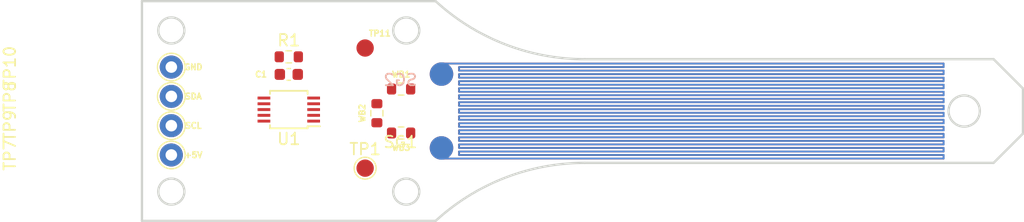
<source format=kicad_pcb>
(kicad_pcb (version 20171130) (host pcbnew "(5.1.9)-1")

  (general
    (thickness 1.6)
    (drawings 19)
    (tracks 0)
    (zones 0)
    (modules 14)
    (nets 13)
  )

  (page A4)
  (layers
    (0 F.Cu signal)
    (31 B.Cu signal)
    (32 B.Adhes user)
    (33 F.Adhes user)
    (34 B.Paste user)
    (35 F.Paste user)
    (36 B.SilkS user)
    (37 F.SilkS user)
    (38 B.Mask user)
    (39 F.Mask user)
    (40 Dwgs.User user hide)
    (41 Cmts.User user)
    (42 Eco1.User user)
    (43 Eco2.User user)
    (44 Edge.Cuts user)
    (45 Margin user)
    (46 B.CrtYd user)
    (47 F.CrtYd user)
    (48 B.Fab user)
    (49 F.Fab user hide)
  )

  (setup
    (last_trace_width 0.25)
    (trace_clearance 0.2)
    (zone_clearance 0.508)
    (zone_45_only no)
    (trace_min 0.2)
    (via_size 0.8)
    (via_drill 0.4)
    (via_min_size 0.4)
    (via_min_drill 0.3)
    (uvia_size 0.3)
    (uvia_drill 0.1)
    (uvias_allowed no)
    (uvia_min_size 0.2)
    (uvia_min_drill 0.1)
    (edge_width 0.05)
    (segment_width 0.2)
    (pcb_text_width 0.3)
    (pcb_text_size 1.5 1.5)
    (mod_edge_width 0.12)
    (mod_text_size 1 1)
    (mod_text_width 0.15)
    (pad_size 0.9 0.95)
    (pad_drill 0)
    (pad_to_mask_clearance 0)
    (aux_axis_origin 0 0)
    (visible_elements 7FFFFFFF)
    (pcbplotparams
      (layerselection 0x010fc_ffffffff)
      (usegerberextensions false)
      (usegerberattributes true)
      (usegerberadvancedattributes true)
      (creategerberjobfile true)
      (excludeedgelayer true)
      (linewidth 0.100000)
      (plotframeref false)
      (viasonmask false)
      (mode 1)
      (useauxorigin false)
      (hpglpennumber 1)
      (hpglpenspeed 20)
      (hpglpendiameter 15.000000)
      (psnegative false)
      (psa4output false)
      (plotreference true)
      (plotvalue true)
      (plotinvisibletext false)
      (padsonsilk false)
      (subtractmaskfromsilk false)
      (outputformat 1)
      (mirror false)
      (drillshape 0)
      (scaleselection 1)
      (outputdirectory "../../Desktop/strain_gauge/"))
  )

  (net 0 "")
  (net 1 +5V)
  (net 2 GND)
  (net 3 SDA)
  (net 4 SCL)
  (net 5 "Net-(U1-Pad6)")
  (net 6 "Net-(U1-Pad7)")
  (net 7 "Net-(SG1-Pad2)")
  (net 8 "Net-(R1-Pad2)")
  (net 9 SG)
  (net 10 WB_REF)
  (net 11 "Net-(U1-Pad1)")
  (net 12 "Net-(U1-Pad2)")

  (net_class Default "This is the default net class."
    (clearance 0.2)
    (trace_width 0.25)
    (via_dia 0.8)
    (via_drill 0.4)
    (uvia_dia 0.3)
    (uvia_drill 0.1)
    (add_net +5V)
    (add_net GND)
    (add_net "Net-(R1-Pad2)")
    (add_net "Net-(SG1-Pad2)")
    (add_net "Net-(U1-Pad1)")
    (add_net "Net-(U1-Pad2)")
    (add_net "Net-(U1-Pad6)")
    (add_net "Net-(U1-Pad7)")
    (add_net SCL)
    (add_net SDA)
    (add_net SG)
    (add_net WB_REF)
  )

  (module TestPoint:TestPoint_Pad_D1.5mm (layer F.Cu) (tedit 60919423) (tstamp 60912453)
    (at 125.984 30.734)
    (descr "SMD pad as test Point, diameter 1.5mm")
    (tags "test point SMD pad")
    (path /608F8543)
    (attr virtual)
    (fp_text reference TP11 (at 1.27 -1.27) (layer F.SilkS)
      (effects (font (size 0.508 0.508) (thickness 0.127)))
    )
    (fp_text value KNOWN_WB (at 0 1.75) (layer F.Fab)
      (effects (font (size 1 1) (thickness 0.15)))
    )
    (fp_circle (center 0 0) (end 0.95 0) (layer F.Fab) (width 0.12))
    (fp_circle (center 0 0) (end 1.25 0) (layer F.CrtYd) (width 0.05))
    (fp_text user %R (at 0 -1.65) (layer F.Fab)
      (effects (font (size 1 1) (thickness 0.15)))
    )
    (pad 1 smd circle (at 0 0) (size 1.5 1.5) (layers F.Cu F.Mask)
      (net 10 WB_REF))
  )

  (module Capacitor_SMD:C_0603_1608Metric (layer F.Cu) (tedit 6090DA74) (tstamp 60912121)
    (at 119.38 33.02)
    (descr "Capacitor SMD 0603 (1608 Metric), square (rectangular) end terminal, IPC_7351 nominal, (Body size source: IPC-SM-782 page 76, https://www.pcb-3d.com/wordpress/wp-content/uploads/ipc-sm-782a_amendment_1_and_2.pdf), generated with kicad-footprint-generator")
    (tags capacitor)
    (path /609340A0)
    (attr smd)
    (fp_text reference C1 (at -2.4 0) (layer F.SilkS)
      (effects (font (size 0.508 0.508) (thickness 0.127)))
    )
    (fp_text value CAP (at 0 1.43) (layer F.Fab)
      (effects (font (size 1 1) (thickness 0.15)))
    )
    (fp_line (start 1.48 0.73) (end -1.48 0.73) (layer F.CrtYd) (width 0.05))
    (fp_line (start 1.48 -0.73) (end 1.48 0.73) (layer F.CrtYd) (width 0.05))
    (fp_line (start -1.48 -0.73) (end 1.48 -0.73) (layer F.CrtYd) (width 0.05))
    (fp_line (start -1.48 0.73) (end -1.48 -0.73) (layer F.CrtYd) (width 0.05))
    (fp_line (start -0.14058 0.51) (end 0.14058 0.51) (layer F.SilkS) (width 0.12))
    (fp_line (start -0.14058 -0.51) (end 0.14058 -0.51) (layer F.SilkS) (width 0.12))
    (fp_line (start 0.8 0.4) (end -0.8 0.4) (layer F.Fab) (width 0.1))
    (fp_line (start 0.8 -0.4) (end 0.8 0.4) (layer F.Fab) (width 0.1))
    (fp_line (start -0.8 -0.4) (end 0.8 -0.4) (layer F.Fab) (width 0.1))
    (fp_line (start -0.8 0.4) (end -0.8 -0.4) (layer F.Fab) (width 0.1))
    (fp_text user %R (at 0 0) (layer F.Fab)
      (effects (font (size 0.4 0.4) (thickness 0.06)))
    )
    (pad 1 smd roundrect (at -0.775 0) (size 0.9 0.95) (layers F.Cu F.Paste F.Mask) (roundrect_rratio 0.25)
      (net 1 +5V))
    (pad 2 smd roundrect (at 0.775 0) (size 0.9 0.95) (layers F.Cu F.Paste F.Mask) (roundrect_rratio 0.25)
      (net 2 GND))
    (model ${KISYS3DMOD}/Capacitor_SMD.3dshapes/C_0603_1608Metric.wrl
      (at (xyz 0 0 0))
      (scale (xyz 1 1 1))
      (rotate (xyz 0 0 0))
    )
  )

  (module Resistor_SMD:R_0603_1608Metric (layer F.Cu) (tedit 5F68FEEE) (tstamp 60912167)
    (at 129.095 34.29 180)
    (descr "Resistor SMD 0603 (1608 Metric), square (rectangular) end terminal, IPC_7351 nominal, (Body size source: IPC-SM-782 page 72, https://www.pcb-3d.com/wordpress/wp-content/uploads/ipc-sm-782a_amendment_1_and_2.pdf), generated with kicad-footprint-generator")
    (tags resistor)
    (path /608F7210)
    (attr smd)
    (fp_text reference WB1 (at 0 1.27) (layer F.SilkS)
      (effects (font (size 0.508 0.508) (thickness 0.127)))
    )
    (fp_text value R_US (at 0 1.43) (layer F.Fab)
      (effects (font (size 1 1) (thickness 0.15)))
    )
    (fp_line (start 1.48 0.73) (end -1.48 0.73) (layer F.CrtYd) (width 0.05))
    (fp_line (start 1.48 -0.73) (end 1.48 0.73) (layer F.CrtYd) (width 0.05))
    (fp_line (start -1.48 -0.73) (end 1.48 -0.73) (layer F.CrtYd) (width 0.05))
    (fp_line (start -1.48 0.73) (end -1.48 -0.73) (layer F.CrtYd) (width 0.05))
    (fp_line (start -0.237258 0.5225) (end 0.237258 0.5225) (layer F.SilkS) (width 0.12))
    (fp_line (start -0.237258 -0.5225) (end 0.237258 -0.5225) (layer F.SilkS) (width 0.12))
    (fp_line (start 0.8 0.4125) (end -0.8 0.4125) (layer F.Fab) (width 0.1))
    (fp_line (start 0.8 -0.4125) (end 0.8 0.4125) (layer F.Fab) (width 0.1))
    (fp_line (start -0.8 -0.4125) (end 0.8 -0.4125) (layer F.Fab) (width 0.1))
    (fp_line (start -0.8 0.4125) (end -0.8 -0.4125) (layer F.Fab) (width 0.1))
    (fp_text user %R (at 0 0) (layer F.Fab)
      (effects (font (size 0.4 0.4) (thickness 0.06)))
    )
    (pad 1 smd roundrect (at -0.825 0 180) (size 0.8 0.95) (layers F.Cu F.Paste F.Mask) (roundrect_rratio 0.25)
      (net 8 "Net-(R1-Pad2)"))
    (pad 2 smd roundrect (at 0.825 0 180) (size 0.8 0.95) (layers F.Cu F.Paste F.Mask) (roundrect_rratio 0.25)
      (net 10 WB_REF))
    (model ${KISYS3DMOD}/Resistor_SMD.3dshapes/R_0603_1608Metric.wrl
      (at (xyz 0 0 0))
      (scale (xyz 1 1 1))
      (rotate (xyz 0 0 0))
    )
  )

  (module Resistor_SMD:R_0603_1608Metric (layer F.Cu) (tedit 5F68FEEE) (tstamp 60912178)
    (at 127 36.385 270)
    (descr "Resistor SMD 0603 (1608 Metric), square (rectangular) end terminal, IPC_7351 nominal, (Body size source: IPC-SM-782 page 72, https://www.pcb-3d.com/wordpress/wp-content/uploads/ipc-sm-782a_amendment_1_and_2.pdf), generated with kicad-footprint-generator")
    (tags resistor)
    (path /608F773A)
    (attr smd)
    (fp_text reference WB2 (at 0 1.27 270) (layer F.SilkS)
      (effects (font (size 0.508 0.508) (thickness 0.127)))
    )
    (fp_text value R_US (at 0 1.43 90) (layer F.Fab)
      (effects (font (size 1 1) (thickness 0.15)))
    )
    (fp_line (start 1.48 0.73) (end -1.48 0.73) (layer F.CrtYd) (width 0.05))
    (fp_line (start 1.48 -0.73) (end 1.48 0.73) (layer F.CrtYd) (width 0.05))
    (fp_line (start -1.48 -0.73) (end 1.48 -0.73) (layer F.CrtYd) (width 0.05))
    (fp_line (start -1.48 0.73) (end -1.48 -0.73) (layer F.CrtYd) (width 0.05))
    (fp_line (start -0.237258 0.5225) (end 0.237258 0.5225) (layer F.SilkS) (width 0.12))
    (fp_line (start -0.237258 -0.5225) (end 0.237258 -0.5225) (layer F.SilkS) (width 0.12))
    (fp_line (start 0.8 0.4125) (end -0.8 0.4125) (layer F.Fab) (width 0.1))
    (fp_line (start 0.8 -0.4125) (end 0.8 0.4125) (layer F.Fab) (width 0.1))
    (fp_line (start -0.8 -0.4125) (end 0.8 -0.4125) (layer F.Fab) (width 0.1))
    (fp_line (start -0.8 0.4125) (end -0.8 -0.4125) (layer F.Fab) (width 0.1))
    (fp_text user %R (at 0 0 90) (layer F.Fab)
      (effects (font (size 0.4 0.4) (thickness 0.06)))
    )
    (pad 1 smd roundrect (at -0.825 0 270) (size 0.8 0.95) (layers F.Cu F.Paste F.Mask) (roundrect_rratio 0.25)
      (net 10 WB_REF))
    (pad 2 smd roundrect (at 0.825 0 270) (size 0.8 0.95) (layers F.Cu F.Paste F.Mask) (roundrect_rratio 0.25)
      (net 2 GND))
    (model ${KISYS3DMOD}/Resistor_SMD.3dshapes/R_0603_1608Metric.wrl
      (at (xyz 0 0 0))
      (scale (xyz 1 1 1))
      (rotate (xyz 0 0 0))
    )
  )

  (module Resistor_SMD:R_0603_1608Metric (layer F.Cu) (tedit 5F68FEEE) (tstamp 60912189)
    (at 129.095 38.1 180)
    (descr "Resistor SMD 0603 (1608 Metric), square (rectangular) end terminal, IPC_7351 nominal, (Body size source: IPC-SM-782 page 72, https://www.pcb-3d.com/wordpress/wp-content/uploads/ipc-sm-782a_amendment_1_and_2.pdf), generated with kicad-footprint-generator")
    (tags resistor)
    (path /608F7EC5)
    (attr smd)
    (fp_text reference WB3 (at 0 -1.27) (layer F.SilkS)
      (effects (font (size 0.508 0.508) (thickness 0.127)))
    )
    (fp_text value R_US (at 0 1.43) (layer F.Fab)
      (effects (font (size 1 1) (thickness 0.15)))
    )
    (fp_line (start -0.8 0.4125) (end -0.8 -0.4125) (layer F.Fab) (width 0.1))
    (fp_line (start -0.8 -0.4125) (end 0.8 -0.4125) (layer F.Fab) (width 0.1))
    (fp_line (start 0.8 -0.4125) (end 0.8 0.4125) (layer F.Fab) (width 0.1))
    (fp_line (start 0.8 0.4125) (end -0.8 0.4125) (layer F.Fab) (width 0.1))
    (fp_line (start -0.237258 -0.5225) (end 0.237258 -0.5225) (layer F.SilkS) (width 0.12))
    (fp_line (start -0.237258 0.5225) (end 0.237258 0.5225) (layer F.SilkS) (width 0.12))
    (fp_line (start -1.48 0.73) (end -1.48 -0.73) (layer F.CrtYd) (width 0.05))
    (fp_line (start -1.48 -0.73) (end 1.48 -0.73) (layer F.CrtYd) (width 0.05))
    (fp_line (start 1.48 -0.73) (end 1.48 0.73) (layer F.CrtYd) (width 0.05))
    (fp_line (start 1.48 0.73) (end -1.48 0.73) (layer F.CrtYd) (width 0.05))
    (fp_text user %R (at 0 0) (layer F.Fab)
      (effects (font (size 0.4 0.4) (thickness 0.06)))
    )
    (pad 2 smd roundrect (at 0.825 0 180) (size 0.8 0.95) (layers F.Cu F.Paste F.Mask) (roundrect_rratio 0.25)
      (net 2 GND))
    (pad 1 smd roundrect (at -0.825 0 180) (size 0.8 0.95) (layers F.Cu F.Paste F.Mask) (roundrect_rratio 0.25)
      (net 7 "Net-(SG1-Pad2)"))
    (model ${KISYS3DMOD}/Resistor_SMD.3dshapes/R_0603_1608Metric.wrl
      (at (xyz 0 0 0))
      (scale (xyz 1 1 1))
      (rotate (xyz 0 0 0))
    )
  )

  (module TestPoint:TestPoint_THTPad_D2.0mm_Drill1.0mm (layer F.Cu) (tedit 5A0F774F) (tstamp 609121C1)
    (at 109.22 40.005 270)
    (descr "THT pad as test Point, diameter 2.0mm, hole diameter 1.0mm")
    (tags "test point THT pad")
    (path /608F901F)
    (attr virtual)
    (fp_text reference TP7 (at 0 13.97 90) (layer F.SilkS)
      (effects (font (size 1 1) (thickness 0.15)))
    )
    (fp_text value 5V_I2C (at 0 6.35) (layer F.Fab)
      (effects (font (size 1 1) (thickness 0.15)))
    )
    (fp_circle (center 0 0) (end 1.5 0) (layer F.CrtYd) (width 0.05))
    (fp_circle (center 0 0) (end 0 1.2) (layer F.SilkS) (width 0.12))
    (fp_text user %R (at 0 13.97 90) (layer F.Fab)
      (effects (font (size 1 1) (thickness 0.15)))
    )
    (pad 1 thru_hole circle (at 0 0 270) (size 2 2) (drill 1) (layers *.Cu *.Mask)
      (net 1 +5V))
  )

  (module TestPoint:TestPoint_THTPad_D2.0mm_Drill1.0mm (layer F.Cu) (tedit 5A0F774F) (tstamp 609121C9)
    (at 109.22 34.925 270)
    (descr "THT pad as test Point, diameter 2.0mm, hole diameter 1.0mm")
    (tags "test point THT pad")
    (path /608F9739)
    (attr virtual)
    (fp_text reference TP8 (at 0 13.97 90) (layer F.SilkS)
      (effects (font (size 1 1) (thickness 0.15)))
    )
    (fp_text value SDA_I2C (at 0 6.35) (layer F.Fab)
      (effects (font (size 1 1) (thickness 0.15)))
    )
    (fp_circle (center 0 0) (end 1.5 0) (layer F.CrtYd) (width 0.05))
    (fp_circle (center 0 0) (end 0 1.2) (layer F.SilkS) (width 0.12))
    (fp_text user %R (at 0 13.97 90) (layer F.Fab)
      (effects (font (size 1 1) (thickness 0.15)))
    )
    (pad 1 thru_hole circle (at 0 0 270) (size 2 2) (drill 1) (layers *.Cu *.Mask)
      (net 3 SDA))
  )

  (module TestPoint:TestPoint_THTPad_D2.0mm_Drill1.0mm (layer F.Cu) (tedit 5A0F774F) (tstamp 609121D1)
    (at 109.22 37.465 270)
    (descr "THT pad as test Point, diameter 2.0mm, hole diameter 1.0mm")
    (tags "test point THT pad")
    (path /608F9BDF)
    (attr virtual)
    (fp_text reference TP9 (at 0 13.97 90) (layer F.SilkS)
      (effects (font (size 1 1) (thickness 0.15)))
    )
    (fp_text value SCL_I2C (at 0 6.35) (layer F.Fab)
      (effects (font (size 1 1) (thickness 0.15)))
    )
    (fp_circle (center 0 0) (end 0 1.2) (layer F.SilkS) (width 0.12))
    (fp_circle (center 0 0) (end 1.5 0) (layer F.CrtYd) (width 0.05))
    (fp_text user %R (at 0 13.97 90) (layer F.Fab)
      (effects (font (size 1 1) (thickness 0.15)))
    )
    (pad 1 thru_hole circle (at 0 0 270) (size 2 2) (drill 1) (layers *.Cu *.Mask)
      (net 4 SCL))
  )

  (module TestPoint:TestPoint_THTPad_D2.0mm_Drill1.0mm (layer F.Cu) (tedit 5A0F774F) (tstamp 609121D9)
    (at 109.22 32.385 270)
    (descr "THT pad as test Point, diameter 2.0mm, hole diameter 1.0mm")
    (tags "test point THT pad")
    (path /608F934C)
    (attr virtual)
    (fp_text reference TP10 (at 0 13.97 90) (layer F.SilkS)
      (effects (font (size 1 1) (thickness 0.15)))
    )
    (fp_text value GND_I2C (at 0 6.35) (layer F.Fab)
      (effects (font (size 1 1) (thickness 0.15)))
    )
    (fp_circle (center 0 0) (end 0 1.2) (layer F.SilkS) (width 0.12))
    (fp_circle (center 0 0) (end 1.5 0) (layer F.CrtYd) (width 0.05))
    (fp_text user %R (at 0 13.97 90) (layer F.Fab)
      (effects (font (size 1 1) (thickness 0.15)))
    )
    (pad 1 thru_hole circle (at 0 0 270) (size 2 2) (drill 1) (layers *.Cu *.Mask)
      (net 2 GND))
  )

  (module Resistor_SMD:R_0603_1608Metric (layer F.Cu) (tedit 5F68FEEE) (tstamp 60B957C3)
    (at 119.38 31.496)
    (descr "Resistor SMD 0603 (1608 Metric), square (rectangular) end terminal, IPC_7351 nominal, (Body size source: IPC-SM-782 page 72, https://www.pcb-3d.com/wordpress/wp-content/uploads/ipc-sm-782a_amendment_1_and_2.pdf), generated with kicad-footprint-generator")
    (tags resistor)
    (path /60B15945)
    (attr smd)
    (fp_text reference R1 (at 0 -1.43) (layer F.SilkS)
      (effects (font (size 1 1) (thickness 0.15)))
    )
    (fp_text value 50 (at 0 1.43) (layer F.Fab)
      (effects (font (size 1 1) (thickness 0.15)))
    )
    (fp_line (start 1.48 0.73) (end -1.48 0.73) (layer F.CrtYd) (width 0.05))
    (fp_line (start 1.48 -0.73) (end 1.48 0.73) (layer F.CrtYd) (width 0.05))
    (fp_line (start -1.48 -0.73) (end 1.48 -0.73) (layer F.CrtYd) (width 0.05))
    (fp_line (start -1.48 0.73) (end -1.48 -0.73) (layer F.CrtYd) (width 0.05))
    (fp_line (start -0.237258 0.5225) (end 0.237258 0.5225) (layer F.SilkS) (width 0.12))
    (fp_line (start -0.237258 -0.5225) (end 0.237258 -0.5225) (layer F.SilkS) (width 0.12))
    (fp_line (start 0.8 0.4125) (end -0.8 0.4125) (layer F.Fab) (width 0.1))
    (fp_line (start 0.8 -0.4125) (end 0.8 0.4125) (layer F.Fab) (width 0.1))
    (fp_line (start -0.8 -0.4125) (end 0.8 -0.4125) (layer F.Fab) (width 0.1))
    (fp_line (start -0.8 0.4125) (end -0.8 -0.4125) (layer F.Fab) (width 0.1))
    (fp_text user %R (at 0 0) (layer F.Fab)
      (effects (font (size 0.4 0.4) (thickness 0.06)))
    )
    (pad 1 smd roundrect (at -0.825 0) (size 0.8 0.95) (layers F.Cu F.Paste F.Mask) (roundrect_rratio 0.25)
      (net 1 +5V))
    (pad 2 smd roundrect (at 0.825 0) (size 0.8 0.95) (layers F.Cu F.Paste F.Mask) (roundrect_rratio 0.25)
      (net 8 "Net-(R1-Pad2)"))
    (model ${KISYS3DMOD}/Resistor_SMD.3dshapes/R_0603_1608Metric.wrl
      (at (xyz 0 0 0))
      (scale (xyz 1 1 1))
      (rotate (xyz 0 0 0))
    )
  )

  (module TestPoint:TestPoint_Pad_D1.5mm (layer F.Cu) (tedit 5A0F774F) (tstamp 60B957E6)
    (at 125.984 41.148)
    (descr "SMD pad as test Point, diameter 1.5mm")
    (tags "test point SMD pad")
    (path /60B8FEDA)
    (attr virtual)
    (fp_text reference TP1 (at 0 -1.648) (layer F.SilkS)
      (effects (font (size 1 1) (thickness 0.15)))
    )
    (fp_text value SG_WB (at 0 1.75) (layer F.Fab)
      (effects (font (size 1 1) (thickness 0.15)))
    )
    (fp_circle (center 0 0) (end 0 0.95) (layer F.SilkS) (width 0.12))
    (fp_circle (center 0 0) (end 1.25 0) (layer F.CrtYd) (width 0.05))
    (fp_text user %R (at 0 -1.65) (layer F.Fab)
      (effects (font (size 1 1) (thickness 0.15)))
    )
    (pad 1 smd circle (at 0 0) (size 1.5 1.5) (layers F.Cu F.Mask)
      (net 9 SG))
  )

  (module Package_SO:TSSOP-10_3x3mm_P0.5mm (layer F.Cu) (tedit 5F3E4A84) (tstamp 60B95805)
    (at 119.38 36.068 180)
    (descr "TSSOP10: plastic thin shrink small outline package; 10 leads; body width 3 mm; (see NXP SSOP-TSSOP-VSO-REFLOW.pdf and sot552-1_po.pdf)")
    (tags "SSOP 0.5")
    (path /60B19536)
    (attr smd)
    (fp_text reference U1 (at 0 -2.55) (layer F.SilkS)
      (effects (font (size 1 1) (thickness 0.15)))
    )
    (fp_text value ADS1015IDGS (at 0 2.55) (layer F.Fab)
      (effects (font (size 1 1) (thickness 0.15)))
    )
    (fp_line (start -0.5 -1.5) (end 1.5 -1.5) (layer F.Fab) (width 0.1))
    (fp_line (start 1.5 -1.5) (end 1.5 1.5) (layer F.Fab) (width 0.1))
    (fp_line (start 1.5 1.5) (end -1.5 1.5) (layer F.Fab) (width 0.1))
    (fp_line (start -1.5 1.5) (end -1.5 -0.5) (layer F.Fab) (width 0.1))
    (fp_line (start -1.5 -0.5) (end -0.5 -1.5) (layer F.Fab) (width 0.1))
    (fp_line (start -2.95 -1.8) (end -2.95 1.8) (layer F.CrtYd) (width 0.05))
    (fp_line (start 2.95 -1.8) (end 2.95 1.8) (layer F.CrtYd) (width 0.05))
    (fp_line (start -2.95 -1.8) (end 2.95 -1.8) (layer F.CrtYd) (width 0.05))
    (fp_line (start -2.95 1.8) (end 2.95 1.8) (layer F.CrtYd) (width 0.05))
    (fp_line (start -1.625 -1.625) (end -1.625 -1.45) (layer F.SilkS) (width 0.15))
    (fp_line (start 1.625 -1.625) (end 1.625 -1.35) (layer F.SilkS) (width 0.15))
    (fp_line (start 1.625 1.625) (end 1.625 1.35) (layer F.SilkS) (width 0.15))
    (fp_line (start -1.625 1.625) (end -1.625 1.35) (layer F.SilkS) (width 0.15))
    (fp_line (start -1.625 -1.625) (end 1.625 -1.625) (layer F.SilkS) (width 0.15))
    (fp_line (start -1.625 1.625) (end 1.625 1.625) (layer F.SilkS) (width 0.15))
    (fp_line (start -1.625 -1.45) (end -2.7 -1.45) (layer F.SilkS) (width 0.15))
    (fp_text user %R (at 0 0) (layer F.Fab)
      (effects (font (size 0.6 0.6) (thickness 0.1)))
    )
    (pad 1 smd rect (at -2.15 -1 180) (size 1.1 0.25) (layers F.Cu F.Paste F.Mask)
      (net 11 "Net-(U1-Pad1)"))
    (pad 2 smd rect (at -2.15 -0.5 180) (size 1.1 0.25) (layers F.Cu F.Paste F.Mask)
      (net 12 "Net-(U1-Pad2)"))
    (pad 3 smd rect (at -2.15 0 180) (size 1.1 0.25) (layers F.Cu F.Paste F.Mask)
      (net 2 GND))
    (pad 4 smd rect (at -2.15 0.5 180) (size 1.1 0.25) (layers F.Cu F.Paste F.Mask)
      (net 10 WB_REF))
    (pad 5 smd rect (at -2.15 1 180) (size 1.1 0.25) (layers F.Cu F.Paste F.Mask)
      (net 9 SG))
    (pad 6 smd rect (at 2.15 1 180) (size 1.1 0.25) (layers F.Cu F.Paste F.Mask)
      (net 5 "Net-(U1-Pad6)"))
    (pad 7 smd rect (at 2.15 0.5 180) (size 1.1 0.25) (layers F.Cu F.Paste F.Mask)
      (net 6 "Net-(U1-Pad7)"))
    (pad 8 smd rect (at 2.15 0 180) (size 1.1 0.25) (layers F.Cu F.Paste F.Mask)
      (net 1 +5V))
    (pad 9 smd rect (at 2.15 -0.5 180) (size 1.1 0.25) (layers F.Cu F.Paste F.Mask)
      (net 3 SDA))
    (pad 10 smd rect (at 2.15 -1 180) (size 1.1 0.25) (layers F.Cu F.Paste F.Mask)
      (net 4 SCL))
    (model ${KISYS3DMOD}/Package_SO.3dshapes/TSSOP-10_3x3mm_P0.5mm.wrl
      (at (xyz 0 0 0))
      (scale (xyz 1 1 1))
      (rotate (xyz 0 0 0))
    )
  )

  (module Arne_Strain:strainLonger (layer F.Cu) (tedit 60B11650) (tstamp 60B959BD)
    (at 134.112 36.195)
    (path /609355C6)
    (fp_text reference SG1 (at -5.08 2.6924) (layer F.SilkS)
      (effects (font (size 1 1) (thickness 0.15)))
    )
    (fp_text value Strain_Gauge (at -7.62 -2.3876) (layer F.Fab)
      (effects (font (size 1 1) (thickness 0.15)))
    )
    (fp_line (start -1.524 -4.1148) (end 41.91 -4.1148) (layer F.Cu) (width 0.1524))
    (fp_line (start 0 -3.81) (end 0 -3.5052) (layer F.Cu) (width 0.1524))
    (fp_line (start 0 -3.2004) (end 0 -2.8956) (layer F.Cu) (width 0.1524))
    (fp_line (start 0 -2.5908) (end 0 -2.286) (layer F.Cu) (width 0.1524))
    (fp_line (start 0 -1.9812) (end 0 -1.6764) (layer F.Cu) (width 0.1524))
    (fp_line (start 0 -1.3716) (end 0 -1.0668) (layer F.Cu) (width 0.1524))
    (fp_line (start 0 -0.762) (end 0 -0.4572) (layer F.Cu) (width 0.1524))
    (fp_line (start 0 -0.1524) (end 0 0.1524) (layer F.Cu) (width 0.1524))
    (fp_line (start 0 0.4572) (end 0 0.762) (layer F.Cu) (width 0.1524))
    (fp_line (start 0 1.0668) (end 0 1.3716) (layer F.Cu) (width 0.1524))
    (fp_line (start 0 1.6764) (end 0 1.9812) (layer F.Cu) (width 0.1524))
    (fp_line (start 0 2.286) (end 0 2.5908) (layer F.Cu) (width 0.1524))
    (fp_line (start 0 2.8956) (end 0 3.2004) (layer F.Cu) (width 0.1524))
    (fp_line (start 0 3.5052) (end 0 3.81) (layer F.Cu) (width 0.1524))
    (fp_line (start 0 -3.81) (end 41.91 -3.81) (layer F.Cu) (width 0.1524))
    (fp_line (start 0 -3.5052) (end 41.91 -3.5052) (layer F.Cu) (width 0.1524))
    (fp_line (start 0 -3.2004) (end 41.91 -3.2004) (layer F.Cu) (width 0.1524))
    (fp_line (start 0 -2.8956) (end 41.91 -2.8956) (layer F.Cu) (width 0.1524))
    (fp_line (start 0 -2.5908) (end 41.91 -2.5908) (layer F.Cu) (width 0.1524))
    (fp_line (start 0 -2.286) (end 41.91 -2.286) (layer F.Cu) (width 0.1524))
    (fp_line (start 0 -1.9812) (end 41.91 -1.9812) (layer F.Cu) (width 0.1524))
    (fp_line (start 0 -1.6764) (end 41.91 -1.6764) (layer F.Cu) (width 0.1524))
    (fp_line (start 0 -1.3716) (end 41.91 -1.3716) (layer F.Cu) (width 0.1524))
    (fp_line (start 0 -1.0668) (end 41.91 -1.0668) (layer F.Cu) (width 0.1524))
    (fp_line (start 0 -0.762) (end 41.91 -0.762) (layer F.Cu) (width 0.1524))
    (fp_line (start 0 -0.4572) (end 41.91 -0.4572) (layer F.Cu) (width 0.1524))
    (fp_line (start 0 -0.1524) (end 41.91 -0.1524) (layer F.Cu) (width 0.1524))
    (fp_line (start 0 0.1524) (end 41.91 0.1524) (layer F.Cu) (width 0.1524))
    (fp_line (start 0 0.4572) (end 41.91 0.4572) (layer F.Cu) (width 0.1524))
    (fp_line (start 0 0.762) (end 41.91 0.762) (layer F.Cu) (width 0.1524))
    (fp_line (start 0 1.0668) (end 41.91 1.0668) (layer F.Cu) (width 0.1524))
    (fp_line (start 0 1.3716) (end 41.91 1.3716) (layer F.Cu) (width 0.1524))
    (fp_line (start 0 1.6764) (end 41.91 1.6764) (layer F.Cu) (width 0.1524))
    (fp_line (start 0 1.9812) (end 41.91 1.9812) (layer F.Cu) (width 0.1524))
    (fp_line (start 0 2.286) (end 41.91 2.286) (layer F.Cu) (width 0.1524))
    (fp_line (start 0 2.5908) (end 41.91 2.5908) (layer F.Cu) (width 0.1524))
    (fp_line (start 0 2.8956) (end 41.91 2.8956) (layer F.Cu) (width 0.1524))
    (fp_line (start 0 3.2004) (end 41.91 3.2004) (layer F.Cu) (width 0.1524))
    (fp_line (start 0 3.5052) (end 41.91 3.5052) (layer F.Cu) (width 0.1524))
    (fp_line (start 0 3.81) (end 41.91 3.81) (layer F.Cu) (width 0.1524))
    (fp_line (start -1.524 4.1148) (end 41.91 4.1148) (layer F.Cu) (width 0.1524))
    (fp_line (start 41.91 -4.1148) (end 41.91 -3.81) (layer F.Cu) (width 0.1524))
    (fp_line (start 41.91 -3.5052) (end 41.91 -3.2004) (layer F.Cu) (width 0.1524))
    (fp_line (start 41.91 -2.8956) (end 41.91 -2.5908) (layer F.Cu) (width 0.1524))
    (fp_line (start 41.91 -2.286) (end 41.91 -1.9812) (layer F.Cu) (width 0.1524))
    (fp_line (start 41.91 -1.6764) (end 41.91 -1.3716) (layer F.Cu) (width 0.1524))
    (fp_line (start 41.91 -1.0668) (end 41.91 -0.762) (layer F.Cu) (width 0.1524))
    (fp_line (start 41.91 -0.4572) (end 41.91 -0.1524) (layer F.Cu) (width 0.1524))
    (fp_line (start 41.91 0.1524) (end 41.91 0.4572) (layer F.Cu) (width 0.1524))
    (fp_line (start 41.91 0.762) (end 41.91 1.0668) (layer F.Cu) (width 0.1524))
    (fp_line (start 41.91 1.3716) (end 41.91 1.6764) (layer F.Cu) (width 0.1524))
    (fp_line (start 41.91 1.9812) (end 41.91 2.286) (layer F.Cu) (width 0.1524))
    (fp_line (start 41.91 2.5908) (end 41.91 2.8956) (layer F.Cu) (width 0.1524))
    (fp_line (start 41.91 3.2004) (end 41.91 3.5052) (layer F.Cu) (width 0.1524))
    (fp_line (start 41.91 3.81) (end 41.91 4.1148) (layer F.Cu) (width 0.1524))
    (pad 1 smd circle (at -1.524 -3.2004) (size 2.032 2.032) (layers F.Cu F.Paste F.Mask)
      (net 8 "Net-(R1-Pad2)"))
    (pad 2 smd circle (at -1.524 3.2004) (size 2.032 2.032) (layers F.Cu F.Paste F.Mask)
      (net 9 SG))
  )

  (module Arne_Strain:strainLonger (layer B.Cu) (tedit 60B11650) (tstamp 60B959F9)
    (at 134.112 36.195)
    (path /60B13278)
    (fp_text reference SG2 (at -5.08 -2.6924) (layer B.SilkS)
      (effects (font (size 1 1) (thickness 0.15)) (justify mirror))
    )
    (fp_text value Strain_Gauge (at -7.62 2.3876) (layer B.Fab)
      (effects (font (size 1 1) (thickness 0.15)) (justify mirror))
    )
    (fp_line (start 41.91 -3.81) (end 41.91 -4.1148) (layer B.Cu) (width 0.1524))
    (fp_line (start 41.91 -3.2004) (end 41.91 -3.5052) (layer B.Cu) (width 0.1524))
    (fp_line (start 41.91 -2.5908) (end 41.91 -2.8956) (layer B.Cu) (width 0.1524))
    (fp_line (start 41.91 -1.9812) (end 41.91 -2.286) (layer B.Cu) (width 0.1524))
    (fp_line (start 41.91 -1.3716) (end 41.91 -1.6764) (layer B.Cu) (width 0.1524))
    (fp_line (start 41.91 -0.762) (end 41.91 -1.0668) (layer B.Cu) (width 0.1524))
    (fp_line (start 41.91 -0.1524) (end 41.91 -0.4572) (layer B.Cu) (width 0.1524))
    (fp_line (start 41.91 0.4572) (end 41.91 0.1524) (layer B.Cu) (width 0.1524))
    (fp_line (start 41.91 1.0668) (end 41.91 0.762) (layer B.Cu) (width 0.1524))
    (fp_line (start 41.91 1.6764) (end 41.91 1.3716) (layer B.Cu) (width 0.1524))
    (fp_line (start 41.91 2.286) (end 41.91 1.9812) (layer B.Cu) (width 0.1524))
    (fp_line (start 41.91 2.8956) (end 41.91 2.5908) (layer B.Cu) (width 0.1524))
    (fp_line (start 41.91 3.5052) (end 41.91 3.2004) (layer B.Cu) (width 0.1524))
    (fp_line (start 41.91 4.1148) (end 41.91 3.81) (layer B.Cu) (width 0.1524))
    (fp_line (start -1.524 -4.1148) (end 41.91 -4.1148) (layer B.Cu) (width 0.1524))
    (fp_line (start 0 -3.81) (end 41.91 -3.81) (layer B.Cu) (width 0.1524))
    (fp_line (start 0 -3.5052) (end 41.91 -3.5052) (layer B.Cu) (width 0.1524))
    (fp_line (start 0 -3.2004) (end 41.91 -3.2004) (layer B.Cu) (width 0.1524))
    (fp_line (start 0 -2.8956) (end 41.91 -2.8956) (layer B.Cu) (width 0.1524))
    (fp_line (start 0 -2.5908) (end 41.91 -2.5908) (layer B.Cu) (width 0.1524))
    (fp_line (start 0 -2.286) (end 41.91 -2.286) (layer B.Cu) (width 0.1524))
    (fp_line (start 0 -1.9812) (end 41.91 -1.9812) (layer B.Cu) (width 0.1524))
    (fp_line (start 0 -1.6764) (end 41.91 -1.6764) (layer B.Cu) (width 0.1524))
    (fp_line (start 0 -1.3716) (end 41.91 -1.3716) (layer B.Cu) (width 0.1524))
    (fp_line (start 0 -1.0668) (end 41.91 -1.0668) (layer B.Cu) (width 0.1524))
    (fp_line (start 0 -0.762) (end 41.91 -0.762) (layer B.Cu) (width 0.1524))
    (fp_line (start 0 -0.4572) (end 41.91 -0.4572) (layer B.Cu) (width 0.1524))
    (fp_line (start 0 -0.1524) (end 41.91 -0.1524) (layer B.Cu) (width 0.1524))
    (fp_line (start 0 0.1524) (end 41.91 0.1524) (layer B.Cu) (width 0.1524))
    (fp_line (start 0 0.4572) (end 41.91 0.4572) (layer B.Cu) (width 0.1524))
    (fp_line (start 0 0.762) (end 41.91 0.762) (layer B.Cu) (width 0.1524))
    (fp_line (start 0 1.0668) (end 41.91 1.0668) (layer B.Cu) (width 0.1524))
    (fp_line (start 0 1.3716) (end 41.91 1.3716) (layer B.Cu) (width 0.1524))
    (fp_line (start 0 1.6764) (end 41.91 1.6764) (layer B.Cu) (width 0.1524))
    (fp_line (start 0 1.9812) (end 41.91 1.9812) (layer B.Cu) (width 0.1524))
    (fp_line (start 0 2.286) (end 41.91 2.286) (layer B.Cu) (width 0.1524))
    (fp_line (start 0 2.5908) (end 41.91 2.5908) (layer B.Cu) (width 0.1524))
    (fp_line (start 0 2.8956) (end 41.91 2.8956) (layer B.Cu) (width 0.1524))
    (fp_line (start 0 3.2004) (end 41.91 3.2004) (layer B.Cu) (width 0.1524))
    (fp_line (start 0 3.5052) (end 41.91 3.5052) (layer B.Cu) (width 0.1524))
    (fp_line (start 0 3.81) (end 41.91 3.81) (layer B.Cu) (width 0.1524))
    (fp_line (start 0 -3.5052) (end 0 -3.81) (layer B.Cu) (width 0.1524))
    (fp_line (start 0 -2.8956) (end 0 -3.2004) (layer B.Cu) (width 0.1524))
    (fp_line (start 0 -2.286) (end 0 -2.5908) (layer B.Cu) (width 0.1524))
    (fp_line (start 0 -1.6764) (end 0 -1.9812) (layer B.Cu) (width 0.1524))
    (fp_line (start 0 -1.0668) (end 0 -1.3716) (layer B.Cu) (width 0.1524))
    (fp_line (start 0 -0.4572) (end 0 -0.762) (layer B.Cu) (width 0.1524))
    (fp_line (start 0 0.1524) (end 0 -0.1524) (layer B.Cu) (width 0.1524))
    (fp_line (start 0 0.762) (end 0 0.4572) (layer B.Cu) (width 0.1524))
    (fp_line (start 0 1.3716) (end 0 1.0668) (layer B.Cu) (width 0.1524))
    (fp_line (start 0 1.9812) (end 0 1.6764) (layer B.Cu) (width 0.1524))
    (fp_line (start 0 2.5908) (end 0 2.286) (layer B.Cu) (width 0.1524))
    (fp_line (start 0 3.2004) (end 0 2.8956) (layer B.Cu) (width 0.1524))
    (fp_line (start 0 3.81) (end 0 3.5052) (layer B.Cu) (width 0.1524))
    (fp_line (start -1.524 4.1148) (end 41.91 4.1148) (layer B.Cu) (width 0.1524))
    (pad 2 smd circle (at -1.524 -3.2004) (size 2.032 2.032) (layers B.Cu B.Paste B.Mask)
      (net 2 GND))
    (pad 1 smd circle (at -1.524 3.2004) (size 2.032 2.032) (layers B.Cu B.Paste B.Mask)
      (net 9 SG))
  )

  (gr_text +5V (at 111.125 40.005) (layer F.SilkS)
    (effects (font (size 0.508 0.508) (thickness 0.127)))
  )
  (gr_text SCL (at 111.125 37.465) (layer F.SilkS)
    (effects (font (size 0.508 0.508) (thickness 0.127)))
  )
  (gr_text SDA (at 111.125 34.925) (layer F.SilkS)
    (effects (font (size 0.508 0.508) (thickness 0.127)))
  )
  (gr_text GND (at 111.125 32.385) (layer F.SilkS) (tstamp 6091E239)
    (effects (font (size 0.508 0.508) (thickness 0.127)))
  )
  (gr_circle (center 129.54 29.209999) (end 128.4097 29.209999) (layer Edge.Cuts) (width 0.2))
  (gr_circle (center 177.8 36.194999) (end 176.447451 36.194999) (layer Edge.Cuts) (width 0.2))
  (gr_arc (start 144.976499 12.6492) (end 132.080001 26.67) (angle -42.60821753) (layer Edge.Cuts) (width 0.2))
  (gr_line (start 180.34 31.699199) (end 182.88 34.239199) (layer Edge.Cuts) (width 0.2))
  (gr_line (start 106.680001 26.67) (end 132.080001 26.67) (layer Edge.Cuts) (width 0.2))
  (gr_line (start 182.88 38.150798) (end 180.34 40.690798) (layer Edge.Cuts) (width 0.2))
  (gr_line (start 182.88 34.239199) (end 182.88 38.150798) (layer Edge.Cuts) (width 0.2))
  (gr_circle (center 109.22 43.179999) (end 108.089701 43.179999) (layer Edge.Cuts) (width 0.2))
  (gr_line (start 180.34 40.690798) (end 144.976499 40.690798) (layer Edge.Cuts) (width 0.2))
  (gr_circle (center 129.54 43.179998) (end 128.4097 43.179998) (layer Edge.Cuts) (width 0.2))
  (gr_line (start 144.976499 31.6992) (end 180.34 31.699199) (layer Edge.Cuts) (width 0.2))
  (gr_line (start 132.08 45.719998) (end 106.680001 45.719998) (layer Edge.Cuts) (width 0.2))
  (gr_arc (start 144.976499 59.740799) (end 144.976499 40.690798) (angle -42.60821753) (layer Edge.Cuts) (width 0.2))
  (gr_line (start 106.680001 45.719998) (end 106.680001 26.67) (layer Edge.Cuts) (width 0.2))
  (gr_circle (center 109.22 29.21) (end 108.0897 29.21) (layer Edge.Cuts) (width 0.2))

)

</source>
